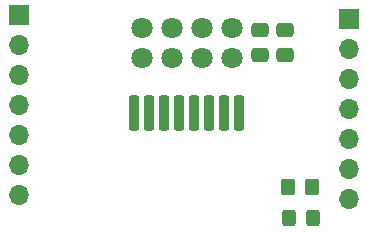
<source format=gbr>
%TF.GenerationSoftware,KiCad,Pcbnew,6.0.5-a6ca702e91~116~ubuntu20.04.1*%
%TF.CreationDate,2022-05-08T08:36:28-05:00*%
%TF.ProjectId,nRF24L01_shield_v001,6e524632-344c-4303-915f-736869656c64,rev?*%
%TF.SameCoordinates,Original*%
%TF.FileFunction,Soldermask,Top*%
%TF.FilePolarity,Negative*%
%FSLAX46Y46*%
G04 Gerber Fmt 4.6, Leading zero omitted, Abs format (unit mm)*
G04 Created by KiCad (PCBNEW 6.0.5-a6ca702e91~116~ubuntu20.04.1) date 2022-05-08 08:36:28*
%MOMM*%
%LPD*%
G01*
G04 APERTURE LIST*
G04 Aperture macros list*
%AMRoundRect*
0 Rectangle with rounded corners*
0 $1 Rounding radius*
0 $2 $3 $4 $5 $6 $7 $8 $9 X,Y pos of 4 corners*
0 Add a 4 corners polygon primitive as box body*
4,1,4,$2,$3,$4,$5,$6,$7,$8,$9,$2,$3,0*
0 Add four circle primitives for the rounded corners*
1,1,$1+$1,$2,$3*
1,1,$1+$1,$4,$5*
1,1,$1+$1,$6,$7*
1,1,$1+$1,$8,$9*
0 Add four rect primitives between the rounded corners*
20,1,$1+$1,$2,$3,$4,$5,0*
20,1,$1+$1,$4,$5,$6,$7,0*
20,1,$1+$1,$6,$7,$8,$9,0*
20,1,$1+$1,$8,$9,$2,$3,0*%
G04 Aperture macros list end*
%ADD10C,1.800000*%
%ADD11RoundRect,0.250000X0.475000X-0.337500X0.475000X0.337500X-0.475000X0.337500X-0.475000X-0.337500X0*%
%ADD12RoundRect,0.225000X0.225000X1.275000X-0.225000X1.275000X-0.225000X-1.275000X0.225000X-1.275000X0*%
%ADD13R,1.700000X1.700000*%
%ADD14O,1.700000X1.700000*%
%ADD15RoundRect,0.250000X0.350000X0.450000X-0.350000X0.450000X-0.350000X-0.450000X0.350000X-0.450000X0*%
%ADD16RoundRect,0.250000X0.325000X0.450000X-0.325000X0.450000X-0.325000X-0.450000X0.325000X-0.450000X0*%
G04 APERTURE END LIST*
D10*
%TO.C,U1*%
X157710000Y-79330000D03*
X155170000Y-79330000D03*
X152630000Y-79330000D03*
X150090000Y-79330000D03*
X150090000Y-81870000D03*
X152630000Y-81870000D03*
X155170000Y-81870000D03*
X157710000Y-81870000D03*
%TD*%
D11*
%TO.C,C1*%
X160100000Y-81637500D03*
X160100000Y-79562500D03*
%TD*%
%TO.C,C2*%
X162200000Y-81637500D03*
X162200000Y-79562500D03*
%TD*%
D12*
%TO.C,U2*%
X158345000Y-86600000D03*
X157075000Y-86600000D03*
X155805000Y-86600000D03*
X154535000Y-86600000D03*
X153265000Y-86600000D03*
X151995000Y-86600000D03*
X150725000Y-86600000D03*
X149455000Y-86600000D03*
%TD*%
D13*
%TO.C,J1*%
X139700000Y-78300000D03*
D14*
X139700000Y-80840000D03*
X139700000Y-83380000D03*
X139700000Y-85920000D03*
X139700000Y-88460000D03*
X139700000Y-91000000D03*
X139700000Y-93540000D03*
%TD*%
D13*
%TO.C,J2*%
X167640000Y-78600000D03*
D14*
X167640000Y-81140000D03*
X167640000Y-83680000D03*
X167640000Y-86220000D03*
X167640000Y-88760000D03*
X167640000Y-91300000D03*
X167640000Y-93840000D03*
%TD*%
D15*
%TO.C,R1*%
X164510000Y-92870000D03*
X162510000Y-92870000D03*
%TD*%
D16*
%TO.C,D1*%
X164595000Y-95470000D03*
X162545000Y-95470000D03*
%TD*%
M02*

</source>
